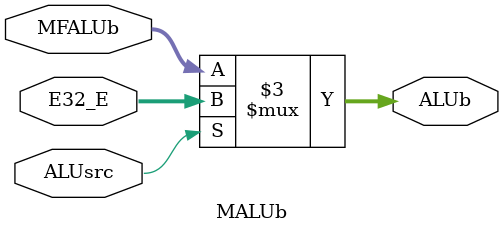
<source format=v>
`timescale 1ns / 1ps
module MALUb(
    input [31:0] MFALUb,
    input [31:0] E32_E,
    input ALUsrc,
    output reg[31:0] ALUb
    );
	 always @* begin
	 if(ALUsrc) ALUb = E32_E;
	 else ALUb = MFALUb;
	 end


endmodule

</source>
